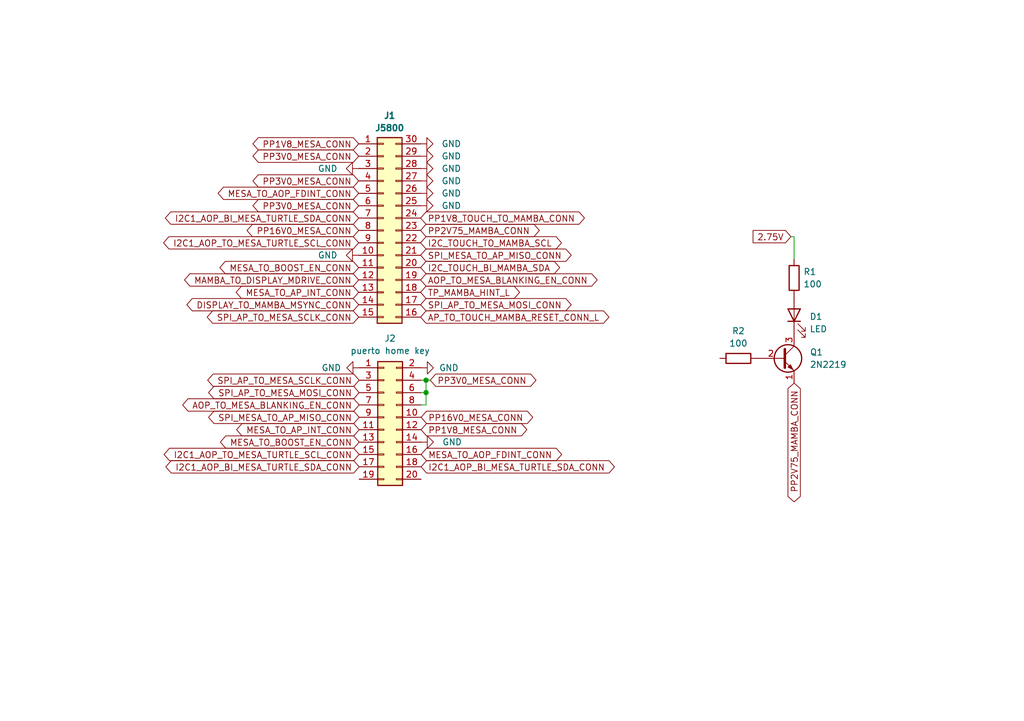
<source format=kicad_sch>
(kicad_sch (version 20230121) (generator eeschema)
  (paper "A5")
  (lib_symbols
    (symbol "Connector_Generic:Conn_02x10_Odd_Even" (pin_names (offset 1.016) hide)
      (property "Reference" "J" (at 1.27 12.7 0))
      (property "Value" "Conn_02x10_Odd_Even" (at 1.27 -15.24 0))
      (symbol "Conn_02x10_Odd_Even_1_1"
        (rectangle (start -1.27 -12.573) (end 0 -12.827) (stroke (width 0.1524)))
        (rectangle (start -1.27 -10.033) (end 0 -10.287) (stroke (width 0.1524)))
        (rectangle (start -1.27 -7.493) (end 0 -7.747) (stroke (width 0.1524)))
        (rectangle (start -1.27 -4.953) (end 0 -5.207) (stroke (width 0.1524)))
        (rectangle (start -1.27 -2.413) (end 0 -2.667) (stroke (width 0.1524)))
        (rectangle (start -1.27 0.127) (end 0 -0.127) (stroke (width 0.1524)))
        (rectangle (start -1.27 2.667) (end 0 2.413) (stroke (width 0.1524)))
        (rectangle (start -1.27 5.207) (end 0 4.953) (stroke (width 0.1524)))
        (rectangle (start -1.27 7.747) (end 0 7.493) (stroke (width 0.1524)))
        (rectangle (start -1.27 10.287) (end 0 10.033) (stroke (width 0.1524)))
        (rectangle (start -1.27 11.43) (end 3.81 -13.97) (stroke (width 0.254)) (fill (type background)))
        (rectangle (start 3.81 -12.573) (end 2.54 -12.827) (stroke (width 0.1524)))
        (rectangle (start 3.81 -10.033) (end 2.54 -10.287) (stroke (width 0.1524)))
        (rectangle (start 3.81 -7.493) (end 2.54 -7.747) (stroke (width 0.1524)))
        (rectangle (start 3.81 -4.953) (end 2.54 -5.207) (stroke (width 0.1524)))
        (rectangle (start 3.81 -2.413) (end 2.54 -2.667) (stroke (width 0.1524)))
        (rectangle (start 3.81 0.127) (end 2.54 -0.127) (stroke (width 0.1524)))
        (rectangle (start 3.81 2.667) (end 2.54 2.413) (stroke (width 0.1524)))
        (rectangle (start 3.81 5.207) (end 2.54 4.953) (stroke (width 0.1524)))
        (rectangle (start 3.81 7.747) (end 2.54 7.493) (stroke (width 0.1524)))
        (rectangle (start 3.81 10.287) (end 2.54 10.033) (stroke (width 0.1524)))
        (pin passive line (at -5.08 10.16 0) (length 3.81) (name "Pin_1") (number "1"))
        (pin passive line (at 7.62 0 180) (length 3.81) (name "Pin_10") (number "10"))
        (pin passive line (at -5.08 -2.54 0) (length 3.81) (name "Pin_11") (number "11"))
        (pin passive line (at 7.62 -2.54 180) (length 3.81) (name "Pin_12") (number "12"))
        (pin passive line (at -5.08 -5.08 0) (length 3.81) (name "Pin_13") (number "13"))
        (pin passive line (at 7.62 -5.08 180) (length 3.81) (name "Pin_14") (number "14"))
        (pin passive line (at -5.08 -7.62 0) (length 3.81) (name "Pin_15") (number "15"))
        (pin passive line (at 7.62 -7.62 180) (length 3.81) (name "Pin_16") (number "16"))
        (pin passive line (at -5.08 -10.16 0) (length 3.81) (name "Pin_17") (number "17"))
        (pin passive line (at 7.62 -10.16 180) (length 3.81) (name "Pin_18") (number "18"))
        (pin passive line (at -5.08 -12.7 0) (length 3.81) (name "Pin_19") (number "19"))
        (pin passive line (at 7.62 10.16 180) (length 3.81) (name "Pin_2") (number "2"))
        (pin passive line (at 7.62 -12.7 180) (length 3.81) (name "Pin_20") (number "20"))
        (pin passive line (at -5.08 7.62 0) (length 3.81) (name "Pin_3") (number "3"))
        (pin passive line (at 7.62 7.62 180) (length 3.81) (name "Pin_4") (number "4"))
        (pin passive line (at -5.08 5.08 0) (length 3.81) (name "Pin_5") (number "5"))
        (pin passive line (at 7.62 5.08 180) (length 3.81) (name "Pin_6") (number "6"))
        (pin passive line (at -5.08 2.54 0) (length 3.81) (name "Pin_7") (number "7"))
        (pin passive line (at 7.62 2.54 180) (length 3.81) (name "Pin_8") (number "8"))
        (pin passive line (at -5.08 0 0) (length 3.81) (name "Pin_9") (number "9"))
      )
    )
    (symbol "Device:LED" (pin_numbers hide) (pin_names (offset 1.016) hide)
      (property "Reference" "D" (at 0 2.54 0))
      (property "Value" "LED" (at 0 -2.54 0))
      (symbol "LED_0_1"
        (polyline (pts (xy -1.27 -1.27) (xy -1.27 1.27)) (stroke (width 0.254)))
        (polyline (pts (xy -1.27 0) (xy 1.27 0)))
        (polyline (pts (xy 1.27 -1.27) (xy 1.27 1.27) (xy -1.27 0) (xy 1.27 -1.27)) (stroke (width 0.254)))
        (polyline (pts (xy -3.048 -0.762) (xy -4.572 -2.286) (xy -3.81 -2.286) (xy -4.572 -2.286) (xy -4.572 -1.524)))
        (polyline (pts (xy -1.778 -0.762) (xy -3.302 -2.286) (xy -2.54 -2.286) (xy -3.302 -2.286) (xy -3.302 -1.524)))
      )
      (symbol "LED_1_1"
        (pin passive line (at -3.81 0 0) (length 2.54) (name "K") (number "1"))
        (pin passive line (at 3.81 0 180) (length 2.54) (name "A") (number "2"))
      )
    )
    (symbol "Device:R" (pin_numbers hide) (pin_names (offset 0))
      (property "Reference" "R" (at 2.032 0 90))
      (property "Value" "R" (at 0 0 90))
      (symbol "R_0_1"
        (rectangle (start -1.016 -2.54) (end 1.016 2.54) (stroke (width 0.254)))
      )
      (symbol "R_1_1"
        (pin passive line (at 0 3.81 270) (length 1.27) (name "~") (number "1"))
        (pin passive line (at 0 -3.81 90) (length 1.27) (name "~") (number "2"))
      )
    )
    (symbol "Transistor_BJT:2N2219" (pin_names (offset 0) hide)
      (property "Reference" "Q" (at 5.08 1.905 0))
      (property "Value" "2N2219" (at 5.08 0 0))
      (symbol "2N2219_0_1"
        (polyline (pts (xy 0.635 0.635) (xy 2.54 2.54)))
        (polyline (pts (xy 0.635 -0.635) (xy 2.54 -2.54) (xy 2.54 -2.54)))
        (polyline (pts (xy 0.635 1.905) (xy 0.635 -1.905) (xy 0.635 -1.905)) (stroke (width 0.508)))
        (polyline (pts (xy 1.27 -1.778) (xy 1.778 -1.27) (xy 2.286 -2.286) (xy 1.27 -1.778) (xy 1.27 -1.778)) (fill (type outline)))
        (circle (center 1.27 0) (radius 2.8194) (stroke (width 0.254)))
      )
      (symbol "2N2219_1_1"
        (pin passive line (at 2.54 -5.08 90) (length 2.54) (name "E") (number "1"))
        (pin passive line (at -5.08 0 0) (length 5.715) (name "B") (number "2"))
        (pin passive line (at 2.54 5.08 270) (length 2.54) (name "C") (number "3"))
      )
    )
    (symbol "nuevos simvolos:J5800"
      (property "Reference" "J" (at -0.254 -19.05 0))
      (property "Value" "J5800" (at 0 -22.098 0))
      (symbol "J5800_1_1"
        (rectangle (start -2.794 -15.875) (end -1.524 -16.129) (stroke (width 0.1524)))
        (rectangle (start -2.794 -13.335) (end -1.524 -13.589) (stroke (width 0.1524)))
        (rectangle (start -2.794 -10.795) (end -1.524 -11.049) (stroke (width 0.1524)))
        (rectangle (start -2.794 -8.255) (end -1.524 -8.509) (stroke (width 0.1524)))
        (rectangle (start -2.794 -5.715) (end -1.524 -5.969) (stroke (width 0.1524)))
        (rectangle (start -2.794 -3.175) (end -1.524 -3.429) (stroke (width 0.1524)))
        (rectangle (start -2.794 -0.635) (end -1.524 -0.889) (stroke (width 0.1524)))
        (rectangle (start -2.794 1.905) (end -1.524 1.651) (stroke (width 0.1524)))
        (rectangle (start -2.794 4.445) (end -1.524 4.191) (stroke (width 0.1524)))
        (rectangle (start -2.794 6.985) (end -1.524 6.731) (stroke (width 0.1524)))
        (rectangle (start -2.794 9.525) (end -1.524 9.271) (stroke (width 0.1524)))
        (rectangle (start -2.794 12.065) (end -1.524 11.811) (stroke (width 0.1524)))
        (rectangle (start -2.794 14.605) (end -1.524 14.351) (stroke (width 0.1524)))
        (rectangle (start -2.794 17.145) (end -1.524 16.891) (stroke (width 0.1524)))
        (rectangle (start -2.794 19.685) (end -1.524 19.431) (stroke (width 0.1524)))
        (rectangle (start -2.794 20.828) (end 2.286 -17.272) (stroke (width 0.254)) (fill (type background)))
        (rectangle (start 2.286 -15.875) (end 1.016 -16.129) (stroke (width 0.1524)))
        (rectangle (start 2.286 -13.335) (end 1.016 -13.589) (stroke (width 0.1524)))
        (rectangle (start 2.286 -10.795) (end 1.016 -11.049) (stroke (width 0.1524)))
        (rectangle (start 2.286 -8.255) (end 1.016 -8.509) (stroke (width 0.1524)))
        (rectangle (start 2.286 -5.715) (end 1.016 -5.969) (stroke (width 0.1524)))
        (rectangle (start 2.286 -3.175) (end 1.016 -3.429) (stroke (width 0.1524)))
        (rectangle (start 2.286 -0.635) (end 1.016 -0.889) (stroke (width 0.1524)))
        (rectangle (start 2.286 1.905) (end 1.016 1.651) (stroke (width 0.1524)))
        (rectangle (start 2.286 4.445) (end 1.016 4.191) (stroke (width 0.1524)))
        (rectangle (start 2.286 6.985) (end 1.016 6.731) (stroke (width 0.1524)))
        (rectangle (start 2.286 9.525) (end 1.016 9.271) (stroke (width 0.1524)))
        (rectangle (start 2.286 12.065) (end 1.016 11.811) (stroke (width 0.1524)))
        (rectangle (start 2.286 14.605) (end 1.016 14.351) (stroke (width 0.1524)))
        (rectangle (start 2.286 17.145) (end 1.016 16.891) (stroke (width 0.1524)))
        (rectangle (start 2.286 19.685) (end 1.016 19.431) (stroke (width 0.1524)))
        (pin passive line (at -6.604 19.558 0) (length 3.81) (name "") (number "1"))
        (pin passive line (at -6.604 -3.302 0) (length 3.81) (name "") (number "10"))
        (pin passive line (at -6.604 -5.842 0) (length 3.81) (name "") (number "11"))
        (pin passive line (at -6.604 -8.382 0) (length 3.81) (name "") (number "12"))
        (pin passive line (at -6.604 -10.922 0) (length 3.81) (name "") (number "13"))
        (pin passive line (at -6.604 -13.462 0) (length 3.81) (name "") (number "14"))
        (pin passive line (at -6.604 -16.002 0) (length 3.81) (name "") (number "15"))
        (pin passive line (at 6.096 -16.002 180) (length 3.81) (name "") (number "16"))
        (pin passive line (at 6.096 -13.462 180) (length 3.81) (name "") (number "17"))
        (pin passive line (at 6.096 -10.922 180) (length 3.81) (name "") (number "18"))
        (pin passive line (at 6.096 -8.382 180) (length 3.81) (name "") (number "19"))
        (pin passive line (at -6.604 17.018 0) (length 3.81) (name "") (number "2"))
        (pin passive line (at 6.096 -5.842 180) (length 3.81) (name "") (number "20"))
        (pin passive line (at 6.096 -3.302 180) (length 3.81) (name "") (number "21"))
        (pin passive line (at 6.096 -0.762 180) (length 3.81) (name "") (number "22"))
        (pin passive line (at 6.096 1.778 180) (length 3.81) (name "") (number "23"))
        (pin passive line (at 6.096 4.318 180) (length 3.81) (name "") (number "24"))
        (pin passive line (at 6.096 6.858 180) (length 3.81) (name "") (number "25"))
        (pin passive line (at 6.096 9.398 180) (length 3.81) (name "") (number "26"))
        (pin passive line (at 6.096 11.938 180) (length 3.81) (name "") (number "27"))
        (pin passive line (at 6.096 14.478 180) (length 3.81) (name "") (number "28"))
        (pin passive line (at 6.096 17.018 180) (length 3.81) (name "") (number "29"))
        (pin passive line (at -6.604 14.478 0) (length 3.81) (name "") (number "3"))
        (pin passive line (at 6.096 19.558 180) (length 3.81) (name "") (number "30"))
        (pin passive line (at -6.604 11.938 0) (length 3.81) (name "") (number "4"))
        (pin passive line (at -6.604 9.398 0) (length 3.81) (name "") (number "5"))
        (pin passive line (at -6.604 6.858 0) (length 3.81) (name "") (number "6"))
        (pin passive line (at -6.604 4.318 0) (length 3.81) (name "") (number "7"))
        (pin passive line (at -6.604 1.778 0) (length 3.81) (name "") (number "8"))
        (pin passive line (at -6.604 -0.762 0) (length 3.81) (name "") (number "9"))
      )
    )
    (symbol "power:GND" (power) (pin_names (offset 0))
      (property "Value" "GND" (at 0 -3.81 0))
      (symbol "GND_0_1"
        (polyline (pts (xy 0 0) (xy 0 -1.27) (xy 1.27 -1.27) (xy 0 -2.54) (xy -1.27 -1.27) (xy 0 -1.27)))
      )
      (symbol "GND_1_1"
        (pin power_in line (at 0 0 270) (length 0) hide (name "GND") (number "1"))
      )
    )
  )
  (junction (at 87.376 78.0288))
  (junction (at 87.376 80.5688))
  (wire (pts (xy 87.376 78.0288) (xy 88.2396 78.0288)))
  (wire (pts (xy 86.36 80.5688) (xy 87.376 80.5688)))
  (wire (pts (xy 87.376 80.5688) (xy 87.376 78.0288)))
  (wire (pts (xy 86.36 83.1088) (xy 87.376 83.1088)))
  (wire (pts (xy 87.376 83.1088) (xy 87.376 80.5688)))
  (wire (pts (xy 162.8648 48.5648) (xy 162.8648 53.2384)))
  (wire (pts (xy 86.36 78.0288) (xy 87.376 78.0288)))
  (wire (pts (xy 162.2044 48.5648) (xy 162.8648 48.5648)))
  (global_label "PP16V0_MESA_CONN" (shape bidirectional) (at 86.36 85.6488 0) (property "Intersheetrefs" "${INTERSHEET_REFS}" (effects hide)))
  (global_label "I2C_TOUCH_BI_MAMBA_SDA" (shape bidirectional) (at 86.2584 54.9148 0) (property "Intersheetrefs" "${INTERSHEET_REFS}" (effects hide)))
  (global_label "I2C1_AOP_TO_MESA_TURTLE_SCL_CONN" (shape bidirectional) (at 73.66 93.2688 180) (property "Intersheetrefs" "${INTERSHEET_REFS}" (effects hide)))
  (global_label "I2C_TOUCH_TO_MAMBA_SCL" (shape bidirectional) (at 86.2584 49.8348 0) (property "Intersheetrefs" "${INTERSHEET_REFS}" (effects hide)))
  (global_label "MESA_TO_AP_INT_CONN" (shape bidirectional) (at 73.66 88.1888 180) (property "Intersheetrefs" "${INTERSHEET_REFS}" (effects hide)))
  (global_label "AOP_TO_MESA_BLANKING_EN_CONN" (shape bidirectional) (at 73.66 83.1088 180) (property "Intersheetrefs" "${INTERSHEET_REFS}" (effects hide)))
  (global_label "AP_TO_TOUCH_MAMBA_RESET_CONN_L" (shape bidirectional) (at 86.2584 65.0748 0) (property "Intersheetrefs" "${INTERSHEET_REFS}" (effects hide)))
  (global_label "MESA_TO_AOP_FDINT_CONN" (shape bidirectional) (at 86.36 93.2688 0) (property "Intersheetrefs" "${INTERSHEET_REFS}" (effects hide)))
  (global_label "I2C1_AOP_BI_MESA_TURTLE_SDA_CONN" (shape bidirectional) (at 73.66 95.8088 180) (property "Intersheetrefs" "${INTERSHEET_REFS}" (effects hide)))
  (global_label "PP3V0_MESA_CONN" (shape bidirectional) (at 73.5584 32.0548 180) (property "Intersheetrefs" "${INTERSHEET_REFS}" (effects hide)))
  (global_label "PP1V8_MESA_CONN" (shape bidirectional) (at 73.5584 29.5148 180) (property "Intersheetrefs" "${INTERSHEET_REFS}" (effects hide)))
  (global_label "I2C1_AOP_TO_MESA_TURTLE_SCL_CONN" (shape bidirectional) (at 73.5584 49.8348 180) (property "Intersheetrefs" "${INTERSHEET_REFS}" (effects hide)))
  (global_label "SPI_AP_TO_MESA_SCLK_CONN" (shape bidirectional) (at 73.5584 65.0748 180) (property "Intersheetrefs" "${INTERSHEET_REFS}" (effects hide)))
  (global_label "PP1V8_MESA_CONN" (shape bidirectional) (at 86.36 88.1888 0) (property "Intersheetrefs" "${INTERSHEET_REFS}" (effects hide)))
  (global_label "I2C1_AOP_BI_MESA_TURTLE_SDA_CONN" (shape bidirectional) (at 73.5584 44.7548 180) (property "Intersheetrefs" "${INTERSHEET_REFS}" (effects hide)))
  (global_label "DISPLAY_TO_MAMBA_MSYNC_CONN" (shape bidirectional) (at 73.5584 62.5348 180) (property "Intersheetrefs" "${INTERSHEET_REFS}" (effects hide)))
  (global_label "TP_MAMBA_HINT_L" (shape bidirectional) (at 86.2584 59.9948 0) (property "Intersheetrefs" "${INTERSHEET_REFS}" (effects hide)))
  (global_label "AOP_TO_MESA_BLANKING_EN_CONN" (shape bidirectional) (at 86.2584 57.4548 0) (property "Intersheetrefs" "${INTERSHEET_REFS}" (effects hide)))
  (global_label "MAMBA_TO_DISPLAY_MDRIVE_CONN" (shape bidirectional) (at 73.5584 57.4548 180) (property "Intersheetrefs" "${INTERSHEET_REFS}" (effects hide)))
  (global_label "MESA_TO_AOP_FDINT_CONN" (shape bidirectional) (at 73.5584 39.6748 180) (property "Intersheetrefs" "${INTERSHEET_REFS}" (effects hide)))
  (global_label "PP2V75_MAMBA_CONN" (shape bidirectional) (at 86.2584 47.2948 0) (property "Intersheetrefs" "${INTERSHEET_REFS}" (effects hide)))
  (global_label "2.75V" (shape input) (at 162.2044 48.5648 180) (property "Intersheetrefs" "${INTERSHEET_REFS}" (effects hide)))
  (global_label "PP16V0_MESA_CONN" (shape bidirectional) (at 73.5584 47.2948 180) (property "Intersheetrefs" "${INTERSHEET_REFS}" (effects hide)))
  (global_label "PP1V8_TOUCH_TO_MAMBA_CONN" (shape bidirectional) (at 86.2584 44.7548 0) (property "Intersheetrefs" "${INTERSHEET_REFS}" (effects hide)))
  (global_label "SPI_MESA_TO_AP_MISO_CONN" (shape bidirectional) (at 73.66 85.6488 180) (property "Intersheetrefs" "${INTERSHEET_REFS}" (effects hide)))
  (global_label "PP3V0_MESA_CONN" (shape bidirectional) (at 88.2396 78.0288 0) (property "Intersheetrefs" "${INTERSHEET_REFS}" (effects hide)))
  (global_label "SPI_AP_TO_MESA_MOSI_CONN" (shape bidirectional) (at 86.2584 62.5348 0) (property "Intersheetrefs" "${INTERSHEET_REFS}" (effects hide)))
  (global_label "SPI_AP_TO_MESA_MOSI_CONN" (shape bidirectional) (at 73.66 80.5688 180) (property "Intersheetrefs" "${INTERSHEET_REFS}" (effects hide)))
  (global_label "MESA_TO_AP_INT_CONN" (shape bidirectional) (at 73.5584 59.9948 180) (property "Intersheetrefs" "${INTERSHEET_REFS}" (effects hide)))
  (global_label "MESA_TO_BOOST_EN_CONN" (shape bidirectional) (at 73.5584 54.9148 180) (property "Intersheetrefs" "${INTERSHEET_REFS}" (effects hide)))
  (global_label "SPI_AP_TO_MESA_SCLK_CONN" (shape bidirectional) (at 73.66 78.0288 180) (property "Intersheetrefs" "${INTERSHEET_REFS}" (effects hide)))
  (global_label "SPI_MESA_TO_AP_MISO_CONN" (shape bidirectional) (at 86.2584 52.3748 0) (property "Intersheetrefs" "${INTERSHEET_REFS}" (effects hide)))
  (global_label "I2C1_AOP_BI_MESA_TURTLE_SDA_CONN" (shape bidirectional) (at 86.36 95.8088 0) (property "Intersheetrefs" "${INTERSHEET_REFS}" (effects hide)))
  (global_label "PP2V75_MAMBA_CONN" (shape bidirectional) (at 162.8648 78.6384 270) (property "Intersheetrefs" "${INTERSHEET_REFS}" (effects hide)))
  (global_label "PP3V0_MESA_CONN" (shape bidirectional) (at 73.5584 37.1348 180) (property "Intersheetrefs" "${INTERSHEET_REFS}" (effects hide)))
  (global_label "PP3V0_MESA_CONN" (shape bidirectional) (at 73.5584 42.2148 180) (property "Intersheetrefs" "${INTERSHEET_REFS}" (effects hide)))
  (global_label "MESA_TO_BOOST_EN_CONN" (shape bidirectional) (at 73.66 90.7288 180) (property "Intersheetrefs" "${INTERSHEET_REFS}" (effects hide)))
  (symbol (lib_id "power:GND") (at 86.36 90.7288 90) (unit 1)
    (property "Reference" "#PWR011" (effects hide))
    (property "Value" "GND" (at 90.678 90.7288 90) (effects (justify right)))
  )
  (symbol (lib_id "power:GND") (at 86.2584 37.1348 90) (unit 1)
    (property "Reference" "#PWR04" (effects hide))
    (property "Value" "GND" (at 90.5256 37.1348 90) (effects (justify right)))
  )
  (symbol (lib_id "power:GND") (at 73.66 75.4888 270) (unit 1)
    (property "Reference" "#PWR09" (effects hide))
    (property "Value" "GND" (at 70.0024 75.4888 90) (effects (justify right)))
  )
  (symbol (lib_id "power:GND") (at 86.2584 34.5948 90) (unit 1)
    (property "Reference" "#PWR03" (effects hide))
    (property "Value" "GND" (at 90.5256 34.5948 90) (effects (justify right)))
  )
  (symbol (lib_id "power:GND") (at 73.5584 34.5948 270) (unit 1)
    (property "Reference" "#PWR08" (effects hide))
    (property "Value" "GND" (at 69.2404 34.5948 90) (effects (justify right)))
  )
  (symbol (lib_id "Device:R") (at 151.4348 73.5584 270) (unit 1)
    (property "Reference" "R2" (at 151.4348 67.9196 90))
    (property "Value" "100" (at 151.4348 70.4596 90))
  )
  (symbol (lib_id "Device:LED") (at 162.8648 64.6684 90) (unit 1)
    (property "Reference" "D1" (at 166.0144 64.9859 90) (effects (justify right)))
    (property "Value" "LED" (at 166.0144 67.5259 90) (effects (justify right)))
  )
  (symbol (lib_id "power:GND") (at 86.2584 42.2148 90) (unit 1)
    (property "Reference" "#PWR06" (effects hide))
    (property "Value" "GND" (at 90.5256 42.2148 90) (effects (justify right)))
  )
  (symbol (lib_id "Connector_Generic:Conn_02x10_Odd_Even") (at 78.74 85.6488 0) (unit 1)
    (property "Reference" "J2" (at 80.01 69.4436 0))
    (property "Value" "puerto home key" (at 80.01 71.9836 0))
    (property "Footprint" "wao:huella del iPHONE 8" (effects hide))
  )
  (symbol (lib_id "power:GND") (at 86.2584 39.6748 90) (unit 1)
    (property "Reference" "#PWR05" (effects hide))
    (property "Value" "GND" (at 90.5256 39.6748 90) (effects (justify right)))
  )
  (symbol (lib_id "nuevos simvolos:J5800") (at 80.1624 49.0728 0) (unit 1)
    (property "Reference" "J1" (at 79.9084 23.7236 0) (effects (font bold)))
    (property "Value" "J5800" (at 79.9084 26.2636 0) (effects (font bold)))
    (property "Footprint" "wao:J5800 iPHONE8 fingerprint pressure control connector hembra pcb" (effects hide))
  )
  (symbol (lib_id "Device:R") (at 162.8648 57.0484 0) (unit 1)
    (property "Reference" "R1" (at 164.7444 55.7784 0) (effects (justify left)))
    (property "Value" "100" (at 164.7444 58.3184 0) (effects (justify left)))
  )
  (symbol (lib_id "power:GND") (at 86.2584 32.0548 90) (unit 1)
    (property "Reference" "#PWR02" (effects hide))
    (property "Value" "GND" (at 90.5256 32.0548 90) (effects (justify right)))
  )
  (symbol (lib_id "power:GND") (at 86.36 75.4888 90) (unit 1)
    (property "Reference" "#PWR010" (effects hide))
    (property "Value" "GND" (at 90.0176 75.4888 90) (effects (justify right)))
  )
  (symbol (lib_id "Transistor_BJT:2N2219") (at 160.3248 73.5584 0) (unit 1)
    (property "Reference" "Q1" (at 166.0652 72.2884 0) (effects (justify left)))
    (property "Value" "2N2219" (at 166.0652 74.8284 0) (effects (justify left)))
    (property "Footprint" "Package_TO_SOT_THT:TO-39-3" (effects hide))
    (property "Datasheet" "http://www.onsemi.com/pub_link/Collateral/2N2219-D.PDF" (effects hide))
  )
  (symbol (lib_id "power:GND") (at 86.2584 29.5148 90) (unit 1)
    (property "Reference" "#PWR01" (effects hide))
    (property "Value" "GND" (at 90.5256 29.5148 90) (effects (justify right)))
  )
  (symbol (lib_id "power:GND") (at 73.5584 52.3748 270) (unit 1)
    (property "Reference" "#PWR07" (effects hide))
    (property "Value" "GND" (at 69.2404 52.3748 90) (effects (justify right)))
  )
)
</source>
